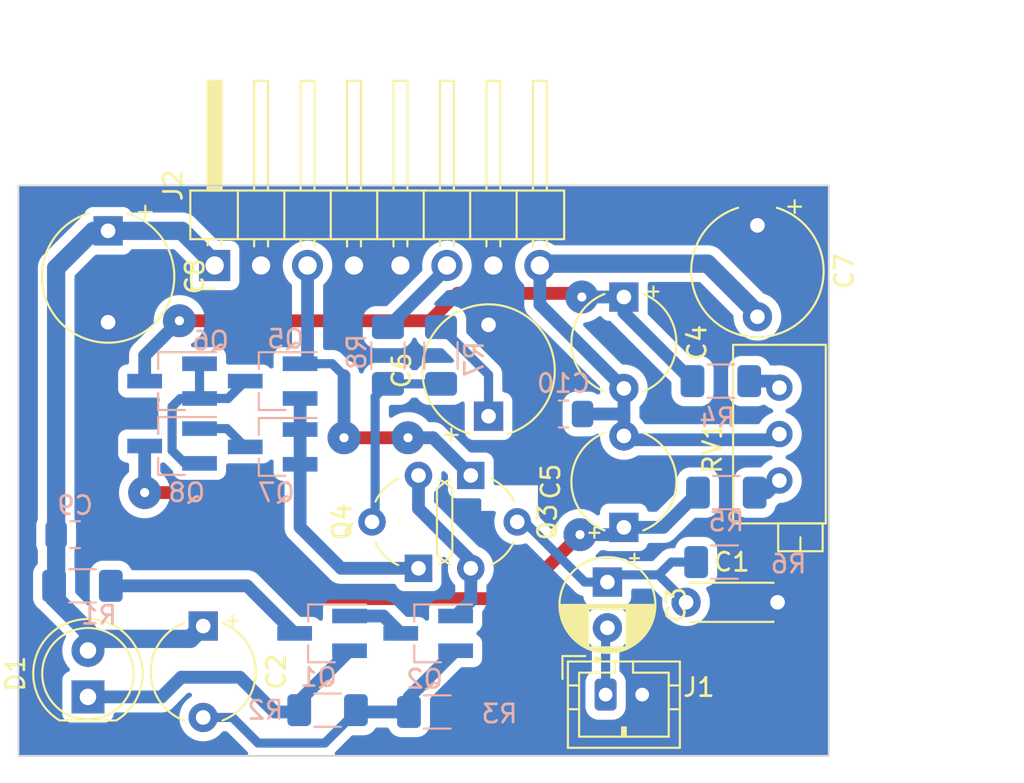
<source format=kicad_pcb>
(kicad_pcb (version 20221018) (generator pcbnew)
  (layers (0 "F.Cu" signal) (31 "B.Cu" signal) (34 "B.Paste" user) (35 "F.Paste" user) (36 "B.SilkS" user "B.Silkscreen") (37 "F.SilkS" user "F.Silkscreen") (38 "B.Mask" user) (39 "F.Mask" user) (44 "Edge.Cuts" user))
  (net 0 "")
  (net 1 "Net-(Q3-B)")
  (net 2 "GND")
  (net 3 "Net-(D1-A)")
  (net 4 "Net-(Q2-B)")
  (net 5 "Net-(J1-Pin_1)")
  (net 6 "Net-(Q6-E)")
  (net 7 "Net-(J2-Pin_8)")
  (net 8 "Net-(Q8-E)")
  (net 9 "Net-(C6-Pad1)")
  (net 10 "Net-(D1-K)")
  (net 11 "Net-(J2-Pin_3)")
  (net 12 "Net-(J2-Pin_6)")
  (net 13 "Net-(Q1-C)")
  (net 14 "Net-(Q1-E)")
  (net 15 "Net-(Q2-C)")
  (net 16 "Net-(Q4-C)")
  (net 17 "Net-(Q4-B)")
  (net 18 "Net-(Q5-E)")
  (net 19 "Net-(Q7-E)")
  (net 20 "Net-(R4-Pad2)")
  (net 21 "Net-(R5-Pad2)")
  (footprint "Capacitor_THT:CP_Radial_Tantal_D5.5mm_P5.00mm" (layer "F.Cu") (at 159.8 85.9 -90)
    (fp_text reference "C4" (at 2.5 -4 90) (layer "F.SilkS"))
    (fp_text value "33u/25V")
    (pad "1" thru_hole rect (at 0 0 270) (size 1.6 1.6) (drill 0.8) (layers "*.Cu" "*.Mask") (net 6 "Net-(Q6-E)"))
    (pad "2" thru_hole circle (at 5 0 270) (size 1.6 1.6) (drill 0.8) (layers "*.Cu" "*.Mask") (net 7 "Net-(J2-Pin_8)"))
  )
  (footprint "Capacitor_THT:CP_Radial_D5.0mm_P2.50mm" (layer "F.Cu") (at 158.9 101.494888 -90)
    (fp_text reference "C3" (at 1.25 -3.75 90) (layer "F.SilkS"))
    (fp_text value "2u2/16V")
    (pad "1" thru_hole rect (at 0 0 270) (size 1.6 1.6) (drill 0.8) (layers "*.Cu" "*.Mask") (net 1 "Net-(Q3-B)"))
    (pad "2" thru_hole circle (at 2.5 0 270) (size 1.6 1.6) (drill 0.8) (layers "*.Cu" "*.Mask") (net 5 "Net-(J1-Pin_1)"))
  )
  (footprint "Potentiometer_THT:Potentiometer_Bourns_3296X_Horizontal" (layer "F.Cu") (at 168.3 90.86 90)
    (fp_text reference "RV1" (at -3.3 -3.66 90) (layer "F.SilkS"))
    (fp_text value "50")
    (pad "1" thru_hole circle (at 0 0 90) (size 1.44 1.44) (drill 0.8) (layers "*.Cu" "*.Mask") (net 20 "Net-(R4-Pad2)"))
    (pad "2" thru_hole circle (at -2.54 0 90) (size 1.44 1.44) (drill 0.8) (layers "*.Cu" "*.Mask") (net 7 "Net-(J2-Pin_8)"))
    (pad "3" thru_hole circle (at -5.08 0 90) (size 1.44 1.44) (drill 0.8) (layers "*.Cu" "*.Mask") (net 21 "Net-(R5-Pad2)"))
  )
  (footprint "Package_TO_SOT_THT:TO-92_Wide" (layer "F.Cu") (at 151.43 95.66 -90)
    (fp_text reference "Q3" (at 2.55 -4.19 90) (layer "F.SilkS"))
    (fp_text value "BC560C")
    (pad "1" thru_hole rect (at 0 0 270) (size 1.5 1.5) (drill 0.8) (layers "*.Cu" "*.Mask") (net 11 "Net-(J2-Pin_3)"))
    (pad "2" thru_hole circle (at 2.54 -2.54 270) (size 1.5 1.5) (drill 0.8) (layers "*.Cu" "*.Mask") (net 1 "Net-(Q3-B)"))
    (pad "3" thru_hole circle (at 5.08 0 270) (size 1.5 1.5) (drill 0.8) (layers "*.Cu" "*.Mask") (net 15 "Net-(Q2-C)"))
  )
  (footprint "Capacitor_THT:CP_Radial_Tantal_D7.0mm_P5.00mm" (layer "F.Cu") (at 152.4 92.420139 90)
    (fp_text reference "C6" (at 2.5 -4.75 90) (layer "F.SilkS"))
    (fp_text value "47u/25V")
    (pad "1" thru_hole rect (at 0 0 90) (size 1.6 1.6) (drill 0.8) (layers "*.Cu" "*.Mask") (net 9 "Net-(C6-Pad1)"))
    (pad "2" thru_hole circle (at 5 0 90) (size 1.6 1.6) (drill 0.8) (layers "*.Cu" "*.Mask") (net 2 "GND"))
  )
  (footprint "Capacitor_THT:CP_Radial_Tantal_D5.5mm_P5.00mm" (layer "F.Cu") (at 159.8 98.5 90)
    (fp_text reference "C5" (at 2.5 -4 90) (layer "F.SilkS"))
    (fp_text value "33u/25V")
    (pad "1" thru_hole rect (at 0 0 90) (size 1.6 1.6) (drill 0.8) (layers "*.Cu" "*.Mask") (net 8 "Net-(Q8-E)"))
    (pad "2" thru_hole circle (at 5 0 90) (size 1.6 1.6) (drill 0.8) (layers "*.Cu" "*.Mask") (net 7 "Net-(J2-Pin_8)"))
  )
  (footprint "Capacitor_THT:CP_Radial_Tantal_D7.0mm_P5.00mm" (layer "F.Cu") (at 167.1 81.979862 -90)
    (fp_text reference "C7" (at 2.5 -4.75 90) (layer "F.SilkS"))
    (fp_text value "47u/35V")
    (pad "1" thru_hole rect (at 0 0 270) (size 1.6 1.6) (drill 0.8) (layers "*.Cu" "*.Mask") (net 2 "GND"))
    (pad "2" thru_hole circle (at 5 0 270) (size 1.6 1.6) (drill 0.8) (layers "*.Cu" "*.Mask") (net 7 "Net-(J2-Pin_8)"))
  )
  (footprint "Capacitor_THT:C_Disc_D4.3mm_W1.9mm_P5.00mm" (layer "F.Cu") (at 163.2 102.6)
    (fp_text reference "C1" (at 2.5 -2.2) (layer "F.SilkS"))
    (fp_text value "330p")
    (pad "1" thru_hole circle (at 0 0) (size 1.6 1.6) (drill 0.8) (layers "*.Cu" "*.Mask") (net 1 "Net-(Q3-B)"))
    (pad "2" thru_hole circle (at 5 0) (size 1.6 1.6) (drill 0.8) (layers "*.Cu" "*.Mask") (net 2 "GND"))
  )
  (footprint "Connector_JST:JST_PH_B2B-PH-K_1x02_P2.00mm_Vertical" (layer "F.Cu") (at 158.8 107.65)
    (fp_text reference "J1" (at 5.1 -0.4) (layer "F.SilkS"))
    (fp_text value "Conn_01x02")
    (pad "1" thru_hole roundrect (at 0 0) (size 1.2 1.75) (drill 0.75) (layers "*.Cu" "*.Mask") (roundrect_rratio 0.208333) (net 5 "Net-(J1-Pin_1)"))
    (pad "2" thru_hole oval (at 2 0) (size 1.2 1.75) (drill 0.75) (layers "*.Cu" "*.Mask") (net 2 "GND"))
  )
  (footprint "LED_THT:LED_D5.0mm" (layer "F.Cu") (at 130.5 107.775 90)
    (fp_text reference "D1" (at 1.27 -3.96 90) (layer "F.SilkS"))
    (fp_text value "LED_Small")
    (pad "1" thru_hole rect (at 0 0 90) (size 1.8 1.8) (drill 0.9) (layers "*.Cu" "*.Mask") (net 10 "Net-(D1-K)"))
    (pad "2" thru_hole circle (at 2.54 0 90) (size 1.8 1.8) (drill 0.9) (layers "*.Cu" "*.Mask") (net 3 "Net-(D1-A)"))
  )
  (footprint "Package_TO_SOT_THT:TO-92_Wide" (layer "F.Cu") (at 148.57 100.74 90)
    (fp_text reference "Q4" (at 2.55 -4.19 90) (layer "F.SilkS"))
    (fp_text value "BC560C")
    (pad "1" thru_hole rect (at 0 0 90) (size 1.5 1.5) (drill 0.8) (layers "*.Cu" "*.Mask") (net 16 "Net-(Q4-C)"))
    (pad "2" thru_hole circle (at 2.54 -2.54 90) (size 1.5 1.5) (drill 0.8) (layers "*.Cu" "*.Mask") (net 17 "Net-(Q4-B)"))
    (pad "3" thru_hole circle (at 5.08 0 90) (size 1.5 1.5) (drill 0.8) (layers "*.Cu" "*.Mask") (net 15 "Net-(Q2-C)"))
  )
  (footprint "Connector_PinHeader_2.54mm:PinHeader_1x08_P2.54mm_Horizontal" (layer "F.Cu") (at 137.425 84.175 90)
    (fp_text reference "J2" (at 4.385 -2.27 90) (layer "F.SilkS"))
    (fp_text value "Conn_01x08")
    (pad "1" thru_hole rect (at 0 0 90) (size 1.7 1.7) (drill 1) (layers "*.Cu" "*.Mask") (net 3 "Net-(D1-A)"))
    (pad "2" thru_hole oval (at 0 2.54 90) (size 1.7 1.7) (drill 1) (layers "*.Cu" "*.Mask") (net 2 "GND"))
    (pad "3" thru_hole oval (at 0 5.08 90) (size 1.7 1.7) (drill 1) (layers "*.Cu" "*.Mask") (net 11 "Net-(J2-Pin_3)"))
    (pad "4" thru_hole oval (at 0 7.62 90) (size 1.7 1.7) (drill 1) (layers "*.Cu" "*.Mask") (net 2 "GND"))
    (pad "5" thru_hole oval (at 0 10.16 90) (size 1.7 1.7) (drill 1) (layers "*.Cu" "*.Mask") (net 2 "GND"))
    (pad "6" thru_hole oval (at 0 12.7 90) (size 1.7 1.7) (drill 1) (layers "*.Cu" "*.Mask") (net 12 "Net-(J2-Pin_6)"))
    (pad "7" thru_hole oval (at 0 15.24 90) (size 1.7 1.7) (drill 1) (layers "*.Cu" "*.Mask") (net 2 "GND"))
    (pad "8" thru_hole oval (at 0 17.78 90) (size 1.7 1.7) (drill 1) (layers "*.Cu" "*.Mask") (net 7 "Net-(J2-Pin_8)"))
  )
  (footprint "Capacitor_THT:CP_Radial_Tantal_D5.5mm_P5.00mm" (layer "F.Cu") (at 136.8 103.9 -90)
    (fp_text reference "C2" (at 2.5 -4 90) (layer "F.SilkS"))
    (fp_text value "33u/25V")
    (pad "1" thru_hole rect (at 0 0 270) (size 1.6 1.6) (drill 0.8) (layers "*.Cu" "*.Mask") (net 3 "Net-(D1-A)"))
    (pad "2" thru_hole circle (at 5 0 270) (size 1.6 1.6) (drill 0.8) (layers "*.Cu" "*.Mask") (net 4 "Net-(Q2-B)"))
  )
  (footprint "Capacitor_THT:CP_Radial_Tantal_D7.0mm_P5.00mm" (layer "F.Cu") (at 131.6 82.279862 -90)
    (fp_text reference "C8" (at 2.5 -4.75 90) (layer "F.SilkS"))
    (fp_text value "47u/35V")
    (pad "1" thru_hole rect (at 0 0 270) (size 1.6 1.6) (drill 0.8) (layers "*.Cu" "*.Mask") (net 3 "Net-(D1-A)"))
    (pad "2" thru_hole circle (at 5 0 270) (size 1.6 1.6) (drill 0.8) (layers "*.Cu" "*.Mask") (net 2 "GND"))
  )
  (footprint "Resistor_SMD:R_1206_3216Metric_Pad1.30x1.75mm_HandSolder" (layer "B.Cu") (at 146.9 89.1 90)
    (fp_text reference "R8" (at 0.2 -1.7 -270) (layer "B.SilkS") (effects (justify mirror)))
    (fp_text value "68k")
    (pad "1" smd roundrect (at -1.55 0 90) (size 1.3 1.75) (layers "B.Cu" "B.Paste" "B.Mask") (roundrect_rratio 0.192308) (net 17 "Net-(Q4-B)"))
    (pad "2" smd roundrect (at 1.55 0 90) (size 1.3 1.75) (layers "B.Cu" "B.Paste" "B.Mask") (roundrect_rratio 0.192308) (net 12 "Net-(J2-Pin_6)"))
  )
  (footprint "Package_TO_SOT_SMD:SOT-23_Handsoldering" (layer "B.Cu") (at 143.3 104.3 180)
    (fp_text reference "Q1" (at 0.2 -2.4) (layer "B.SilkS") (effects (justify mirror)))
    (fp_text value "BC558")
    (pad "1" smd rect (at -1.5 0.95 180) (size 1.9 0.8) (layers "B.Cu" "B.Paste" "B.Mask") (net 13 "Net-(Q1-C)"))
    (pad "2" smd rect (at -1.5 -0.95 180) (size 1.9 0.8) (layers "B.Cu" "B.Paste" "B.Mask") (net 10 "Net-(D1-K)"))
    (pad "3" smd rect (at 1.5 0 180) (size 1.9 0.8) (layers "B.Cu" "B.Paste" "B.Mask") (net 14 "Net-(Q1-E)"))
  )
  (footprint "Resistor_SMD:R_1206_3216Metric_Pad1.30x1.75mm_HandSolder" (layer "B.Cu") (at 165.1 90.5)
    (fp_text reference "R4" (at -0.2 2 -360) (layer "B.SilkS") (effects (justify mirror)))
    (fp_text value "51")
    (pad "1" smd roundrect (at -1.55 0) (size 1.3 1.75) (layers "B.Cu" "B.Paste" "B.Mask") (roundrect_rratio 0.192308) (net 6 "Net-(Q6-E)"))
    (pad "2" smd roundrect (at 1.55 0) (size 1.3 1.75) (layers "B.Cu" "B.Paste" "B.Mask") (roundrect_rratio 0.192308) (net 20 "Net-(R4-Pad2)"))
  )
  (footprint "Resistor_SMD:R_1206_3216Metric_Pad1.30x1.75mm_HandSolder" (layer "B.Cu") (at 149.6 108.6)
    (fp_text reference "R3" (at 3.4 0.1 -360) (layer "B.SilkS") (effects (justify mirror)))
    (fp_text value "4k3")
    (pad "1" smd roundrect (at -1.55 0) (size 1.3 1.75) (layers "B.Cu" "B.Paste" "B.Mask") (roundrect_rratio 0.192308) (net 4 "Net-(Q2-B)"))
    (pad "2" smd roundrect (at 1.55 0) (size 1.3 1.75) (layers "B.Cu" "B.Paste" "B.Mask") (roundrect_rratio 0.192308) (net 2 "GND"))
  )
  (footprint "Resistor_SMD:R_1206_3216Metric_Pad1.30x1.75mm_HandSolder" (layer "B.Cu") (at 165.3 100.4)
    (fp_text reference "R6" (at 3.5 0.1 -360) (layer "B.SilkS") (effects (justify mirror)))
    (fp_text value "68k")
    (pad "1" smd roundrect (at -1.55 0) (size 1.3 1.75) (layers "B.Cu" "B.Paste" "B.Mask") (roundrect_rratio 0.192308) (net 1 "Net-(Q3-B)"))
    (pad "2" smd roundrect (at 1.55 0) (size 1.3 1.75) (layers "B.Cu" "B.Paste" "B.Mask") (roundrect_rratio 0.192308) (net 2 "GND"))
  )
  (footprint "Capacitor_SMD:C_0805_2012Metric_Pad1.18x1.45mm_HandSolder" (layer "B.Cu") (at 129.8 98.9)
    (fp_text reference "C9" (at 0 -1.6) (layer "B.SilkS") (effects (justify mirror)))
    (fp_text value "100n")
    (pad "1" smd roundrect (at -1.0375 0) (size 1.175 1.45) (layers "B.Cu" "B.Paste" "B.Mask") (roundrect_rratio 0.212766) (net 3 "Net-(D1-A)"))
    (pad "2" smd roundrect (at 1.0375 0) (size 1.175 1.45) (layers "B.Cu" "B.Paste" "B.Mask") (roundrect_rratio 0.212766) (net 2 "GND"))
  )
  (footprint "Resistor_SMD:R_1206_3216Metric_Pad1.30x1.75mm_HandSolder" (layer "B.Cu") (at 165.4 96.6)
    (fp_text reference "R5" (at 0 1.6 -360) (layer "B.SilkS") (effects (justify mirror)))
    (fp_text value "51")
    (pad "1" smd roundrect (at -1.55 0) (size 1.3 1.75) (layers "B.Cu" "B.Paste" "B.Mask") (roundrect_rratio 0.192308) (net 8 "Net-(Q8-E)"))
    (pad "2" smd roundrect (at 1.55 0) (size 1.3 1.75) (layers "B.Cu" "B.Paste" "B.Mask") (roundrect_rratio 0.192308) (net 21 "Net-(R5-Pad2)"))
  )
  (footprint "Resistor_SMD:R_1206_3216Metric_Pad1.30x1.75mm_HandSolder" (layer "B.Cu") (at 130.2 101.7)
    (fp_text reference "R1" (at 0.9 1.6 -360) (layer "B.SilkS") (effects (justify mirror)))
    (fp_text value "620")
    (pad "1" smd roundrect (at -1.55 0) (size 1.3 1.75) (layers "B.Cu" "B.Paste" "B.Mask") (roundrect_rratio 0.192308) (net 3 "Net-(D1-A)"))
    (pad "2" smd roundrect (at 1.55 0) (size 1.3 1.75) (layers "B.Cu" "B.Paste" "B.Mask") (roundrect_rratio 0.192308) (net 14 "Net-(Q1-E)"))
  )
  (footprint "Resistor_SMD:R_1206_3216Metric_Pad1.30x1.75mm_HandSolder" (layer "B.Cu") (at 143.6 108.5)
    (fp_text reference "R2" (at -3.4 0 -360) (layer "B.SilkS") (effects (justify mirror)))
    (fp_text value "390")
    (pad "1" smd roundrect (at -1.55 0) (size 1.3 1.75) (layers "B.Cu" "B.Paste" "B.Mask") (roundrect_rratio 0.192308) (net 10 "Net-(D1-K)"))
    (pad "2" smd roundrect (at 1.55 0) (size 1.3 1.75) (layers "B.Cu" "B.Paste" "B.Mask") (roundrect_rratio 0.192308) (net 4 "Net-(Q2-B)"))
  )
  (footprint "Package_TO_SOT_SMD:SOT-23_Handsoldering" (layer "B.Cu") (at 135.1 94.05 180)
    (fp_text reference "Q8" (at -0.8 -2.55) (layer "B.SilkS") (effects (justify mirror)))
    (fp_text value "BC548")
    (pad "1" smd rect (at -1.5 0.95 180) (size 1.9 0.8) (layers "B.Cu" "B.Paste" "B.Mask") (net 19 "Net-(Q7-E)"))
    (pad "2" smd rect (at -1.5 -0.95 180) (size 1.9 0.8) (layers "B.Cu" "B.Paste" "B.Mask") (net 18 "Net-(Q5-E)"))
    (pad "3" smd rect (at 1.5 0 180) (size 1.9 0.8) (layers "B.Cu" "B.Paste" "B.Mask") (net 8 "Net-(Q8-E)"))
  )
  (footprint "Package_TO_SOT_SMD:SOT-23_Handsoldering" (layer "B.Cu") (at 135.1 90.5 180)
    (fp_text reference "Q6" (at -2.1 2.2) (layer "B.SilkS") (effects (justify mirror)))
    (fp_text value "BC548")
    (pad "1" smd rect (at -1.5 0.95 180) (size 1.9 0.8) (layers "B.Cu" "B.Paste" "B.Mask") (net 18 "Net-(Q5-E)"))
    (pad "2" smd rect (at -1.5 -0.95 180) (size 1.9 0.8) (layers "B.Cu" "B.Paste" "B.Mask") (net 18 "Net-(Q5-E)"))
    (pad "3" smd rect (at 1.5 0 180) (size 1.9 0.8) (layers "B.Cu" "B.Paste" "B.Mask") (net 6 "Net-(Q6-E)"))
  )
  (footprint "Package_TO_SOT_SMD:SOT-23_Handsoldering" (layer "B.Cu") (at 149.1 104.3 180)
    (fp_text reference "Q2" (at 0.2 -2.5) (layer "B.SilkS") (effects (justify mirror)))
    (fp_text value "BC558")
    (pad "1" smd rect (at -1.5 0.95 180) (size 1.9 0.8) (layers "B.Cu" "B.Paste" "B.Mask") (net 15 "Net-(Q2-C)"))
    (pad "2" smd rect (at -1.5 -0.95 180) (size 1.9 0.8) (layers "B.Cu" "B.Paste" "B.Mask") (net 4 "Net-(Q2-B)"))
    (pad "3" smd rect (at 1.5 0 180) (size 1.9 0.8) (layers "B.Cu" "B.Paste" "B.Mask") (net 13 "Net-(Q1-C)"))
  )
  (footprint "Resistor_SMD:R_1206_3216Metric_Pad1.30x1.75mm_HandSolder" (layer "B.Cu") (at 149.8 89.1 90)
    (fp_text reference "R7" (at -0.2 1.82 -270) (layer "B.SilkS") (effects (justify mirror)))
    (fp_text value "1k2")
    (pad "1" smd roundrect (at -1.55 0 90) (size 1.3 1.75) (layers "B.Cu" "B.Paste" "B.Mask") (roundrect_rratio 0.192308) (net 17 "Net-(Q4-B)"))
    (pad "2" smd roundrect (at 1.55 0 90) (size 1.3 1.75) (layers "B.Cu" "B.Paste" "B.Mask") (roundrect_rratio 0.192308) (net 9 "Net-(C6-Pad1)"))
  )
  (footprint "Capacitor_SMD:C_0805_2012Metric_Pad1.18x1.45mm_HandSolder" (layer "B.Cu") (at 156.5 92.3 180)
    (fp_text reference "C10" (at 0 1.68) (layer "B.SilkS") (effects (justify mirror)))
    (fp_text value "100n")
    (pad "1" smd roundrect (at -1.0375 0 180) (size 1.175 1.45) (layers "B.Cu" "B.Paste" "B.Mask") (roundrect_rratio 0.212766) (net 7 "Net-(J2-Pin_8)"))
    (pad "2" smd roundrect (at 1.0375 0 180) (size 1.175 1.45) (layers "B.Cu" "B.Paste" "B.Mask") (roundrect_rratio 0.212766) (net 2 "GND"))
  )
  (footprint "Package_TO_SOT_SMD:SOT-23_Handsoldering" (layer "B.Cu") (at 140.6 94.1 180)
    (fp_text reference "Q7" (at -0.2 -2.5) (layer "B.SilkS") (effects (justify mirror)))
    (fp_text value "BC548")
    (pad "1" smd rect (at -1.5 0.95 180) (size 1.9 0.8) (layers "B.Cu" "B.Paste" "B.Mask") (net 16 "Net-(Q4-C)"))
    (pad "2" smd rect (at -1.5 -0.95 180) (size 1.9 0.8) (layers "B.Cu" "B.Paste" "B.Mask") (net 16 "Net-(Q4-C)"))
    (pad "3" smd rect (at 1.5 0 180) (size 1.9 0.8) (layers "B.Cu" "B.Paste" "B.Mask") (net 19 "Net-(Q7-E)"))
  )
  (footprint "Package_TO_SOT_SMD:SOT-23_Handsoldering" (layer "B.Cu") (at 140.6 90.5 180)
    (fp_text reference "Q5" (at -0.7 2.3) (layer "B.SilkS") (effects (justify mirror)))
    (fp_text value "BC548")
    (pad "1" smd rect (at -1.5 0.95 180) (size 1.9 0.8) (layers "B.Cu" "B.Paste" "B.Mask") (net 11 "Net-(J2-Pin_3)"))
    (pad "2" smd rect (at -1.5 -0.95 180) (size 1.9 0.8) (layers "B.Cu" "B.Paste" "B.Mask") (net 16 "Net-(Q4-C)"))
    (pad "3" smd rect (at 1.5 0 180) (size 1.9 0.8) (layers "B.Cu" "B.Paste" "B.Mask") (net 18 "Net-(Q5-E)"))
  )
  (gr_rect (start 126.7 79.8) (end 171 111) (stroke (width 0.1)) (fill none) (layer "Edge.Cuts"))
  (segment (start 162.4 100.4) (end 163.75 100.4) (width 0.5) (layer "B.Cu") (net 1))
  (segment (start 161.7 101.1) (end 159.294888 101.1) (width 0.5) (layer "B.Cu") (net 1))
  (segment (start 159.294888 101.1) (end 158.9 101.494888) (width 0.5) (layer "B.Cu") (net 1))
  (segment (start 163.2 102.6) (end 161.7 101.1) (width 0.5) (layer "B.Cu") (net 1))
  (segment (start 161.7 101.1) (end 162.4 100.4) (width 0.5) (layer "B.Cu") (net 1))
  (segment (start 158.9 101.494888) (end 157.664888 101.494888) (width 0.5) (layer "B.Cu") (net 1))
  (segment (start 157.664888 101.494888) (end 154.37 98.2) (width 0.5) (layer "B.Cu") (net 1))
  (segment (start 152.4 84.41) (end 152.7 84.11) (width 1) (layer "B.Cu") (net 2))
  (segment (start 152.6 87.220139) (end 152.4 87.020139) (width 1) (layer "B.Cu") (net 2))
  (segment (start 152.7 84.11) (end 152.665 84.075) (width 0.3) (layer "B.Cu") (net 2))
  (segment (start 131.6 82.279862) (end 130.8 82.279862) (width 0.7) (layer "B.Cu") (net 3))
  (segment (start 128.7625 98.9) (end 128.7625 101.5875) (width 1) (layer "B.Cu") (net 3))
  (segment (start 130.5 105.235) (end 131.135 104.6) (width 1) (layer "B.Cu") (net 3))
  (segment (start 130.8 82.279862) (end 128.7625 84.317362) (width 1) (layer "B.Cu") (net 3))
  (segment (start 130.5 104.2) (end 130.5 105.235) (width 1) (layer "B.Cu") (net 3))
  (segment (start 128.65 101.7) (end 128.65 102.35) (width 1) (layer "B.Cu") (net 3))
  (segment (start 128.7625 84.317362) (end 128.7625 98.9) (width 1) (layer "B.Cu") (net 3))
  (segment (start 131.135 104.6) (end 136.1 104.6) (width 1) (layer "B.Cu") (net 3))
  (segment (start 136.1 104.6) (end 136.8 103.9) (width 1) (layer "B.Cu") (net 3))
  (segment (start 128.7625 101.5875) (end 128.65 101.7) (width 0.7) (layer "B.Cu") (net 3))
  (segment (start 131.6 82.279862) (end 135.629862 82.279862) (width 1) (layer "B.Cu") (net 3))
  (segment (start 128.65 102.35) (end 130.5 104.2) (width 1) (layer "B.Cu") (net 3))
  (segment (start 135.629862 82.279862) (end 137.425 84.075) (width 1) (layer "B.Cu") (net 3))
  (segment (start 148.05 108.6) (end 148.05 107.8) (width 0.7) (layer "B.Cu") (net 4))
  (segment (start 143.45 110.3) (end 145.15 108.6) (width 0.5) (layer "B.Cu") (net 4))
  (segment (start 145.15 108.6) (end 147.65 108.6) (width 0.7) (layer "B.Cu") (net 4))
  (segment (start 138.4 108.9) (end 139.8 110.3) (width 0.5) (layer "B.Cu") (net 4))
  (segment (start 139.8 110.3) (end 143.45 110.3) (width 0.5) (layer "B.Cu") (net 4))
  (segment (start 148.05 107.8) (end 150.6 105.25) (width 0.7) (layer "B.Cu") (net 4))
  (segment (start 136.8 108.9) (end 138.4 108.9) (width 0.5) (layer "B.Cu") (net 4))
  (segment (start 158.8 104.094888) (end 158.8 107.65) (width 0.5) (layer "B.Cu") (net 5))
  (segment (start 158.9 103.994888) (end 158.8 104.094888) (width 0.5) (layer "B.Cu") (net 5))
  (segment (start 150.7 85.7) (end 149.2 87.2) (width 0.7) (layer "F.Cu") (net 6))
  (segment (start 149.2 87.2) (end 135.5 87.2) (width 0.7) (layer "F.Cu") (net 6))
  (segment (start 157.5 85.9) (end 157.3 85.7) (width 0.7) (layer "F.Cu") (net 6))
  (segment (start 157.3 85.7) (end 150.7 85.7) (width 0.7) (layer "F.Cu") (net 6))
  (via (at 157.5 85.9) (size 1.8) (drill 0.5) (layers "F.Cu" "B.Cu") (net 6))
  (via (at 135.5 87.2) (size 1.8) (drill 0.5) (layers "F.Cu" "B.Cu") (net 6))
  (segment (start 159.8 86.75) (end 163.55 90.5) (width 0.7) (layer "B.Cu") (net 6))
  (segment (start 157.5 85.9) (end 159.8 85.9) (width 0.7) (layer "B.Cu") (net 6))
  (segment (start 135.5 87.2) (end 133.6 89.1) (width 0.7) (layer "B.Cu") (net 6))
  (segment (start 159.8 85.9) (end 159.8 86.75) (width 0.7) (layer "B.Cu") (net 6))
  (segment (start 133.6 89.1) (end 133.6 90.5) (width 0.7) (layer "B.Cu") (net 6))
  (segment (start 160.01 93.71) (end 167.99 93.71) (width 0.7) (layer "B.Cu") (net 7))
  (segment (start 167.99 93.71) (end 168.3 93.4) (width 0.7) (layer "B.Cu") (net 7))
  (segment (start 157.5375 92.3) (end 159.8 92.3) (width 0.7) (layer "B.Cu") (net 7))
  (segment (start 159.8 92.3) (end 159.8 90.9) (width 0.7) (layer "B.Cu") (net 7))
  (segment (start 167.1 86.8) (end 167.1 86.979862) (width 0.7) (layer "B.Cu") (net 7))
  (segment (start 164.375 84.075) (end 167.1 86.8) (width 1) (layer "B.Cu") (net 7))
  (segment (start 159.8 93.5) (end 160.01 93.71) (width 0.5) (layer "B.Cu") (net 7))
  (segment (start 155.205 86.305) (end 159.8 90.9) (width 0.7) (layer "B.Cu") (net 7))
  (segment (start 155.205 84.075) (end 155.205 86.305) (width 0.7) (layer "B.Cu") (net 7))
  (segment (start 155.205 84.075) (end 164.375 84.075) (width 1) (layer "B.Cu") (net 7))
  (segment (start 159.8 93.5) (end 159.8 92.3) (width 0.7) (layer "B.Cu") (net 7))
  (segment (start 143.1 102.4) (end 137.3 96.6) (width 0.7) (layer "F.Cu") (net 8))
  (segment (start 153.9 102.4) (end 143.1 102.4) (width 0.7) (layer "F.Cu") (net 8))
  (segment (start 157.8 98.5) (end 157.8 98.5) (width 0.7) (layer "F.Cu") (net 8))
  (segment (start 157.4 98.9) (end 153.9 102.4) (width 0.7) (layer "F.Cu") (net 8))
  (segment (start 137.3 96.6) (end 133.6 96.6) (width 0.7) (layer "F.Cu") (net 8))
  (via (at 157.4 98.9) (size 1.8) (drill 0.5) (layers "F.Cu" "B.Cu") (net 8))
  (via (at 133.6 96.6) (size 1.8) (drill 0.5) (layers "F.Cu" "B.Cu") (net 8))
  (segment (start 157.4 98.9) (end 159.4 98.9) (width 0.7) (layer "B.Cu") (net 8))
  (segment (start 159.4 98.9) (end 159.8 98.5) (width 0.7) (layer "B.Cu") (net 8))
  (segment (start 133.6 94.05) (end 133.6 96.6) (width 0.7) (layer "B.Cu") (net 8))
  (segment (start 161.95 98.5) (end 163.85 96.6) (width 0.7) (layer "B.Cu") (net 8))
  (segment (start 159.8 98.5) (end 161.95 98.5) (width 0.7) (layer "B.Cu") (net 8))
  (segment (start 149.8 87.55) (end 152.4 90.15) (width 0.5) (layer "B.Cu") (net 9))
  (segment (start 152.4 90.15) (end 152.4 92.420139) (width 0.5) (layer "B.Cu") (net 9))
  (segment (start 135.6 106.7) (end 138.8 106.7) (width 0.7) (layer "B.Cu") (net 10))
  (segment (start 138.8 106.7) (end 140.7 108.6) (width 0.7) (layer "B.Cu") (net 10))
  (segment (start 142.05 108) (end 144.8 105.25) (width 0.7) (layer "B.Cu") (net 10))
  (segment (start 134.525 107.775) (end 135.6 106.7) (width 0.7) (layer "B.Cu") (net 10))
  (segment (start 140.7 108.6) (end 142.05 108.6) (width 0.7) (layer "B.Cu") (net 10))
  (segment (start 130.5 107.775) (end 134.525 107.775) (width 0.7) (layer "B.Cu") (net 10))
  (segment (start 144.5 93.6) (end 148 93.6) (width 0.7) (layer "F.Cu") (net 11))
  (via (at 144.5 93.6) (size 1.8) (drill 0.5) (layers "F.Cu" "B.Cu") (net 11))
  (via (at 148 93.6) (size 1.8) (drill 0.5) (layers "F.Cu" "B.Cu") (net 11))
  (segment (start 142.1 89.55) (end 142.505 89.145) (width 0.3) (layer "B.Cu") (net 11))
  (segment (start 148 93.6) (end 149.37 93.6) (width 0.7) (layer "B.Cu") (net 11))
  (segment (start 149.37 93.6) (end 151.43 95.66) (width 0.7) (layer "B.Cu") (net 11))
  (segment (start 144.5 93.6) (end 144.5 90.2) (width 0.7) (layer "B.Cu") (net 11))
  (segment (start 144.5 90.2) (end 143.85 89.55) (width 0.5) (layer "B.Cu") (net 11))
  (segment (start 142.505 89.145) (end 142.505 84.075) (width 0.7) (layer "B.Cu") (net 11))
  (segment (start 143.85 89.55) (end 142.1 89.55) (width 0.5) (layer "B.Cu") (net 11))
  (segment (start 150.125 84.325) (end 150.125 84.075) (width 0.5) (layer "B.Cu") (net 12))
  (segment (start 146.7 87.75) (end 150.125 84.325) (width 0.7) (layer "B.Cu") (net 12))
  (segment (start 146.65 103.35) (end 147.6 104.3) (width 0.7) (layer "B.Cu") (net 13))
  (segment (start 144.8 103.35) (end 146.65 103.35) (width 0.7) (layer "B.Cu") (net 13))
  (segment (start 139.2 101.7) (end 141.8 104.3) (width 0.7) (layer "B.Cu") (net 14))
  (segment (start 131.75 101.7) (end 139.2 101.7) (width 0.7) (layer "B.Cu") (net 14))
  (segment (start 150.6 103.35) (end 151.43 102.52) (width 0.7) (layer "B.Cu") (net 15))
  (segment (start 151.43 102.52) (end 151.43 100.34) (width 0.7) (layer "B.Cu") (net 15))
  (segment (start 148.57 97.48) (end 148.57 95.66) (width 0.7) (layer "B.Cu") (net 15))
  (segment (start 151.43 100.34) (end 148.57 97.48) (width 0.7) (layer "B.Cu") (net 15))
  (segment (start 142.1 98.5) (end 144.34 100.74) (width 0.7) (layer "B.Cu") (net 16))
  (segment (start 142.1 91.45) (end 142.1 95.05) (width 0.7) (layer "B.Cu") (net 16))
  (segment (start 142.1 95.05) (end 142.1 98.5) (width 0.7) (layer "B.Cu") (net 16))
  (segment (start 144.34 100.74) (end 148.57 100.74) (width 0.7) (layer "B.Cu") (net 16))
  (segment (start 146.2 98.03) (end 146.2 91.35) (width 0.5) (layer "B.Cu") (net 17))
  (segment (start 146.2 91.35) (end 146.9 90.65) (width 0.5) (layer "B.Cu") (net 17))
  (segment (start 146.03 98.2) (end 146.2 98.03) (width 0.5) (layer "B.Cu") (net 17))
  (segment (start 146.9 90.65) (end 149.8 90.65) (width 0.5) (layer "B.Cu") (net 17))
  (segment (start 135.1 94.3) (end 135.8 95) (width 0.5) (layer "B.Cu") (net 18))
  (segment (start 136.6 91.45) (end 138.15 91.45) (width 0.5) (layer "B.Cu") (net 18))
  (segment (start 135.1 91.9) (end 135.1 94.3) (width 0.5) (layer "B.Cu") (net 18))
  (segment (start 135.55 91.45) (end 135.1 91.9) (width 0.5) (layer "B.Cu") (net 18))
  (segment (start 136.6 89.55) (end 136.6 91.45) (width 0.5) (layer "B.Cu") (net 18))
  (segment (start 136.6 95) (end 135.8 95) (width 0.3) (layer "B.Cu") (net 18))
  (segment (start 138.15 91.45) (end 139.1 90.5) (width 0.5) (layer "B.Cu") (net 18))
  (segment (start 138.1 93.1) (end 139.1 94.1) (width 0.5) (layer "B.Cu") (net 19))
  (segment (start 136.6 93.1) (end 138.1 93.1) (width 0.5) (layer "B.Cu") (net 19))
  (segment (start 167.94 90.5) (end 168.3 90.86) (width 0.7) (layer "B.Cu") (net 20))
  (segment (start 166.65 90.5) (end 167.94 90.5) (width 0.7) (layer "B.Cu") (net 20))
  (segment (start 166.95 96.6) (end 167.64 96.6) (width 0.7) (layer "B.Cu") (net 21))
  (segment (start 167.64 96.6) (end 168.3 95.94) (width 0.7) (layer "B.Cu") (net 21))
  (zone (net 2) (net_name "GND") (layer "B.Cu") (connect_pads yes (clearance 0.5)) (min_thickness 0.25) (fill yes (thermal_gap 0.5) (thermal_bridge_width 0.5) (smoothing chamfer))
    (polygon (pts (xy 126.1 79.4) (xy 174.2 79.4) (xy 174.2 112) (xy 126.3 112)))
  )
  (zone (net 0) (net_name "") (layer "B.Cu") (connect_pads (clearance 0)) (min_thickness 0.25)
    (keepout (tracks not_allowed) (vias not_allowed) (pads not_allowed) (copperpour not_allowed) (footprints allowed))
    (fill (thermal_gap 0.5) (thermal_bridge_width 0.5))
    (polygon (pts (xy 152 96.2) (xy 155.1 96.2) (xy 155.1 97.6) (xy 152 97.6)))
  )
)
</source>
